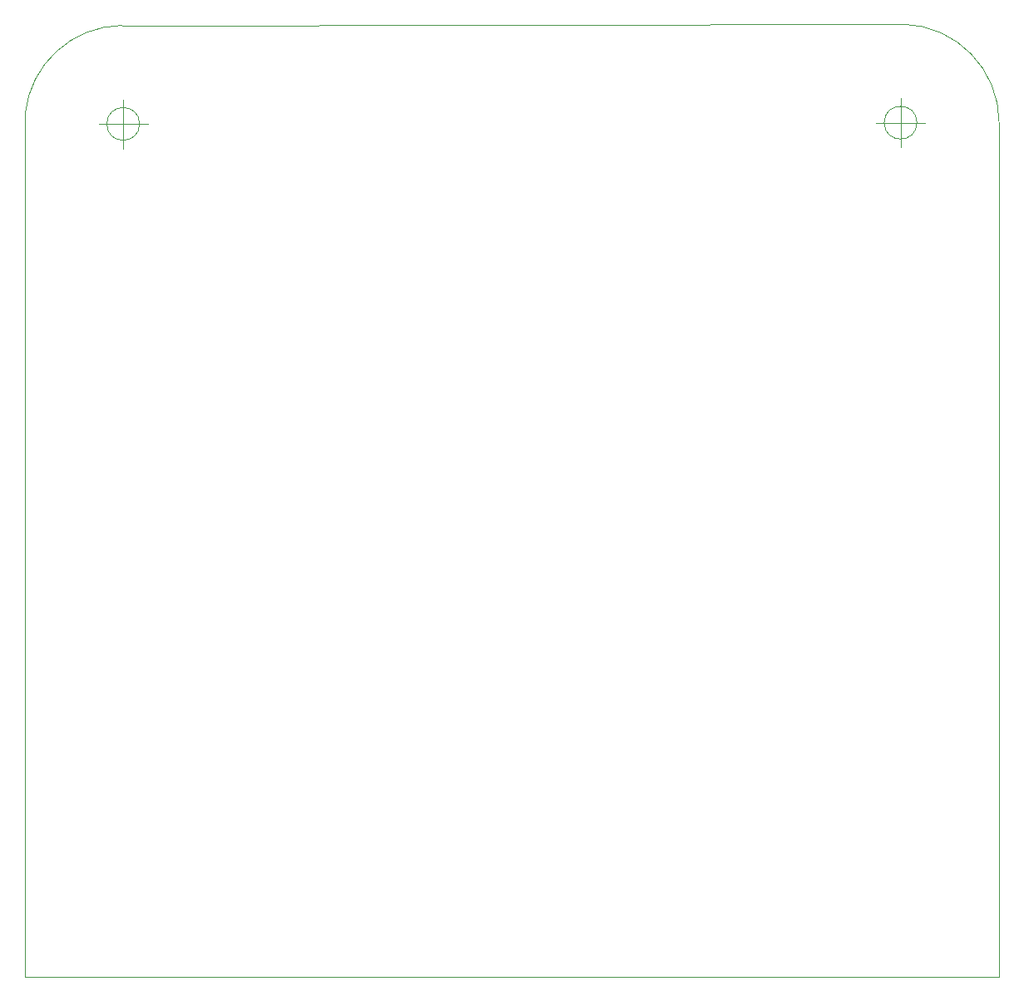
<source format=gbr>
G04 #@! TF.GenerationSoftware,KiCad,Pcbnew,(5.1.5-0-10_14)*
G04 #@! TF.CreationDate,2021-04-18T14:00:12+10:00*
G04 #@! TF.ProjectId,OH - Misc Lights,4f48202d-204d-4697-9363-204c69676874,rev?*
G04 #@! TF.SameCoordinates,Original*
G04 #@! TF.FileFunction,Profile,NP*
%FSLAX46Y46*%
G04 Gerber Fmt 4.6, Leading zero omitted, Abs format (unit mm)*
G04 Created by KiCad (PCBNEW (5.1.5-0-10_14)) date 2021-04-18 14:00:12*
%MOMM*%
%LPD*%
G04 APERTURE LIST*
%ADD10C,0.050000*%
G04 APERTURE END LIST*
D10*
X234695919Y-33023214D02*
G75*
G02X244475000Y-43053000I-253919J-10029786D01*
G01*
X236108666Y-43053000D02*
G75*
G03X236108666Y-43053000I-1666666J0D01*
G01*
X231942000Y-43053000D02*
X236942000Y-43053000D01*
X234442000Y-40553000D02*
X234442000Y-45553000D01*
X145339559Y-42156261D02*
G75*
G02X155194001Y-33147001I9981441J-1023739D01*
G01*
X156987666Y-43180000D02*
G75*
G03X156987666Y-43180000I-1666666J0D01*
G01*
X152821000Y-43180000D02*
X157821000Y-43180000D01*
X155321000Y-40680000D02*
X155321000Y-45680000D01*
X145288000Y-130048000D02*
X145339559Y-42156262D01*
X244475000Y-130048000D02*
X145288000Y-130048000D01*
X244475000Y-43053000D02*
X244475000Y-130048000D01*
X155194000Y-33147000D02*
X234696000Y-33020000D01*
M02*

</source>
